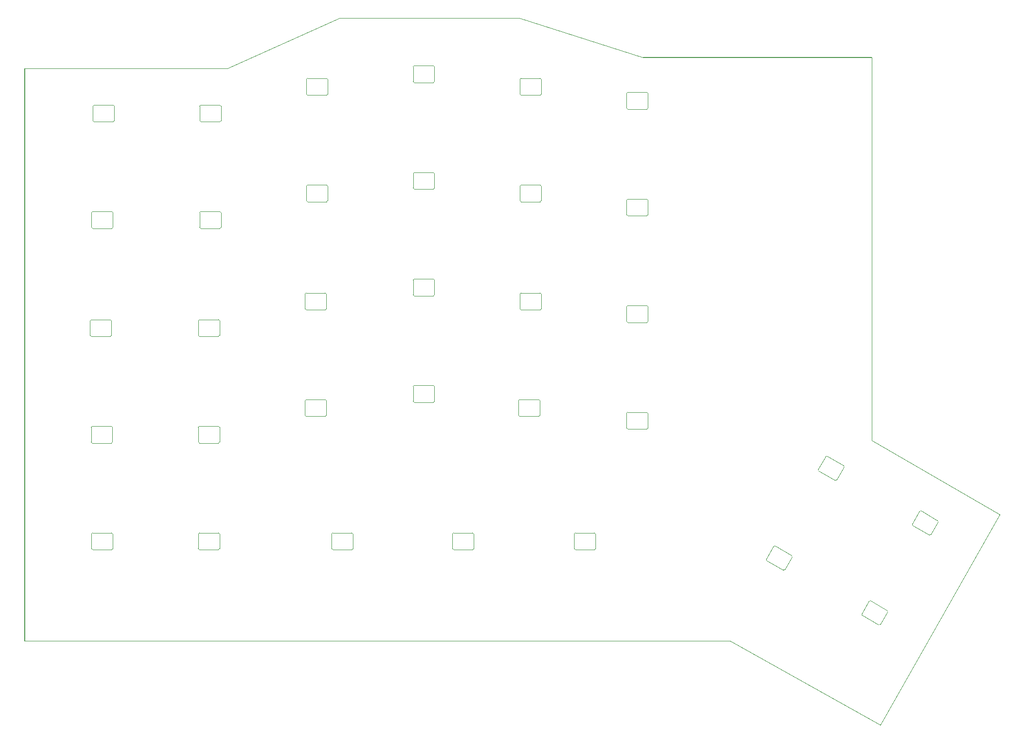
<source format=gbr>
%TF.GenerationSoftware,KiCad,Pcbnew,9.0.0*%
%TF.CreationDate,2025-07-27T21:57:38+02:00*%
%TF.ProjectId,keyboard,6b657962-6f61-4726-942e-6b696361645f,rev?*%
%TF.SameCoordinates,Original*%
%TF.FileFunction,Profile,NP*%
%FSLAX46Y46*%
G04 Gerber Fmt 4.6, Leading zero omitted, Abs format (unit mm)*
G04 Created by KiCad (PCBNEW 9.0.0) date 2025-07-27 21:57:38*
%MOMM*%
%LPD*%
G01*
G04 APERTURE LIST*
%TA.AperFunction,Profile*%
%ADD10C,0.100000*%
%TD*%
%TA.AperFunction,Profile*%
%ADD11C,0.200000*%
%TD*%
%TA.AperFunction,Profile*%
%ADD12C,0.120000*%
%TD*%
G04 APERTURE END LIST*
D10*
X351500000Y-225500000D02*
X328750000Y-212250000D01*
X234000000Y-137000000D02*
X266000000Y-137000000D01*
X178000000Y-146000000D02*
X214000000Y-146000000D01*
D11*
X178000000Y-248000000D02*
X178000000Y-146000000D01*
D10*
X351500000Y-225500000D02*
X330244516Y-263009678D01*
X328750000Y-212250000D02*
X328750000Y-144000000D01*
X214000000Y-146000000D02*
X234000000Y-137000000D01*
X303500000Y-248000000D02*
X330244516Y-263009678D01*
D11*
X288000000Y-144000000D02*
X328750000Y-144000000D01*
D10*
X266000000Y-137000000D02*
X288000000Y-144000000D01*
X178000000Y-248000000D02*
X303500000Y-248000000D01*
D12*
%TO.C,D22*%
X247100000Y-202700000D02*
X247100000Y-205300000D01*
X247300000Y-205500000D02*
X250700000Y-205500000D01*
X250700000Y-202500000D02*
X247300000Y-202500000D01*
X250900000Y-205300000D02*
X250900000Y-202700000D01*
X247300000Y-205500000D02*
G75*
G02*
X247100000Y-205300000I1J200001D01*
G01*
X247100000Y-202700000D02*
G75*
G02*
X247300000Y-202500000I200001J-1D01*
G01*
X250900000Y-205300000D02*
G75*
G02*
X250700000Y-205500000I-200000J0D01*
G01*
X250700000Y-202500000D02*
G75*
G02*
X250900000Y-202700000I0J-200000D01*
G01*
%TO.C,D23*%
X265850000Y-205200000D02*
X265850000Y-207800000D01*
X266050000Y-208000000D02*
X269450000Y-208000000D01*
X269450000Y-205000000D02*
X266050000Y-205000000D01*
X269650000Y-207800000D02*
X269650000Y-205200000D01*
X266050000Y-208000000D02*
G75*
G02*
X265850000Y-207800000I1J200001D01*
G01*
X265850000Y-205200000D02*
G75*
G02*
X266050000Y-205000000I200001J-1D01*
G01*
X269650000Y-207800000D02*
G75*
G02*
X269450000Y-208000000I-200000J0D01*
G01*
X269450000Y-205000000D02*
G75*
G02*
X269650000Y-205200000I0J-200000D01*
G01*
%TO.C,D25*%
X320504552Y-215174167D02*
X319204552Y-217425833D01*
X319277757Y-217699038D02*
X322222243Y-219399038D01*
X323722243Y-216800962D02*
X320777757Y-215100962D01*
X322495448Y-219325833D02*
X323795448Y-217074167D01*
X319277757Y-217699038D02*
G75*
G02*
X319204552Y-217425833I100001J173205D01*
G01*
X320504552Y-215174167D02*
G75*
G02*
X320777757Y-215100962I173205J-100001D01*
G01*
X322495448Y-219325833D02*
G75*
G02*
X322222243Y-219399038I-173205J100000D01*
G01*
X323722243Y-216800962D02*
G75*
G02*
X323795448Y-217074167I-100000J-173205D01*
G01*
%TO.C,D2*%
X266100000Y-147950000D02*
X266100000Y-150550000D01*
X266300000Y-150750000D02*
X269700000Y-150750000D01*
X269700000Y-147750000D02*
X266300000Y-147750000D01*
X269900000Y-150550000D02*
X269900000Y-147950000D01*
X266300000Y-150750000D02*
G75*
G02*
X266100000Y-150550000I1J200001D01*
G01*
X266100000Y-147950000D02*
G75*
G02*
X266300000Y-147750000I200001J-1D01*
G01*
X269900000Y-150550000D02*
G75*
G02*
X269700000Y-150750000I-200000J0D01*
G01*
X269700000Y-147750000D02*
G75*
G02*
X269900000Y-147950000I0J-200000D01*
G01*
%TO.C,D27*%
X328254552Y-240924167D02*
X326954552Y-243175833D01*
X327027757Y-243449038D02*
X329972243Y-245149038D01*
X331472243Y-242550962D02*
X328527757Y-240850962D01*
X330245448Y-245075833D02*
X331545448Y-242824167D01*
X327027757Y-243449038D02*
G75*
G02*
X326954552Y-243175833I100001J173205D01*
G01*
X328254552Y-240924167D02*
G75*
G02*
X328527757Y-240850962I173205J-100001D01*
G01*
X330245448Y-245075833D02*
G75*
G02*
X329972243Y-245149038I-173205J100000D01*
G01*
X331472243Y-242550962D02*
G75*
G02*
X331545448Y-242824167I-100000J-173205D01*
G01*
%TO.C,D33*%
X189850000Y-228950000D02*
X189850000Y-231550000D01*
X190050000Y-231750000D02*
X193450000Y-231750000D01*
X193450000Y-228750000D02*
X190050000Y-228750000D01*
X193650000Y-231550000D02*
X193650000Y-228950000D01*
X190050000Y-231750000D02*
G75*
G02*
X189850000Y-231550000I1J200001D01*
G01*
X189850000Y-228950000D02*
G75*
G02*
X190050000Y-228750000I200001J-1D01*
G01*
X193650000Y-231550000D02*
G75*
G02*
X193450000Y-231750000I-200000J0D01*
G01*
X193450000Y-228750000D02*
G75*
G02*
X193650000Y-228950000I0J-200000D01*
G01*
%TO.C,D28*%
X311254552Y-231174167D02*
X309954552Y-233425833D01*
X310027757Y-233699038D02*
X312972243Y-235399038D01*
X314472243Y-232800962D02*
X311527757Y-231100962D01*
X313245448Y-235325833D02*
X314545448Y-233074167D01*
X310027757Y-233699038D02*
G75*
G02*
X309954552Y-233425833I100001J173205D01*
G01*
X311254552Y-231174167D02*
G75*
G02*
X311527757Y-231100962I173205J-100001D01*
G01*
X313245448Y-235325833D02*
G75*
G02*
X312972243Y-235399038I-173205J100000D01*
G01*
X314472243Y-232800962D02*
G75*
G02*
X314545448Y-233074167I-100000J-173205D01*
G01*
%TO.C,D32*%
X208850000Y-228950000D02*
X208850000Y-231550000D01*
X209050000Y-231750000D02*
X212450000Y-231750000D01*
X212450000Y-228750000D02*
X209050000Y-228750000D01*
X212650000Y-231550000D02*
X212650000Y-228950000D01*
X209050000Y-231750000D02*
G75*
G02*
X208850000Y-231550000I1J200001D01*
G01*
X208850000Y-228950000D02*
G75*
G02*
X209050000Y-228750000I200001J-1D01*
G01*
X212650000Y-231550000D02*
G75*
G02*
X212450000Y-231750000I-200000J0D01*
G01*
X212450000Y-228750000D02*
G75*
G02*
X212650000Y-228950000I0J-200000D01*
G01*
%TO.C,D31*%
X232600000Y-228950000D02*
X232600000Y-231550000D01*
X232800000Y-231750000D02*
X236200000Y-231750000D01*
X236200000Y-228750000D02*
X232800000Y-228750000D01*
X236400000Y-231550000D02*
X236400000Y-228950000D01*
X232800000Y-231750000D02*
G75*
G02*
X232600000Y-231550000I1J200001D01*
G01*
X232600000Y-228950000D02*
G75*
G02*
X232800000Y-228750000I200001J-1D01*
G01*
X236400000Y-231550000D02*
G75*
G02*
X236200000Y-231750000I-200000J0D01*
G01*
X236200000Y-228750000D02*
G75*
G02*
X236400000Y-228950000I0J-200000D01*
G01*
%TO.C,D3*%
X247100000Y-145700000D02*
X247100000Y-148300000D01*
X247300000Y-148500000D02*
X250700000Y-148500000D01*
X250700000Y-145500000D02*
X247300000Y-145500000D01*
X250900000Y-148300000D02*
X250900000Y-145700000D01*
X247300000Y-148500000D02*
G75*
G02*
X247100000Y-148300000I1J200001D01*
G01*
X247100000Y-145700000D02*
G75*
G02*
X247300000Y-145500000I200001J-1D01*
G01*
X250900000Y-148300000D02*
G75*
G02*
X250700000Y-148500000I-200000J0D01*
G01*
X250700000Y-145500000D02*
G75*
G02*
X250900000Y-145700000I0J-200000D01*
G01*
%TO.C,D12*%
X285100000Y-169450000D02*
X285100000Y-172050000D01*
X285300000Y-172250000D02*
X288700000Y-172250000D01*
X288700000Y-169250000D02*
X285300000Y-169250000D01*
X288900000Y-172050000D02*
X288900000Y-169450000D01*
X285300000Y-172250000D02*
G75*
G02*
X285100000Y-172050000I1J200001D01*
G01*
X285100000Y-169450000D02*
G75*
G02*
X285300000Y-169250000I200001J-1D01*
G01*
X288900000Y-172050000D02*
G75*
G02*
X288700000Y-172250000I-200000J0D01*
G01*
X288700000Y-169250000D02*
G75*
G02*
X288900000Y-169450000I0J-200000D01*
G01*
%TO.C,D15*%
X247100000Y-183700000D02*
X247100000Y-186300000D01*
X247300000Y-186500000D02*
X250700000Y-186500000D01*
X250700000Y-183500000D02*
X247300000Y-183500000D01*
X250900000Y-186300000D02*
X250900000Y-183700000D01*
X247300000Y-186500000D02*
G75*
G02*
X247100000Y-186300000I1J200001D01*
G01*
X247100000Y-183700000D02*
G75*
G02*
X247300000Y-183500000I200001J-1D01*
G01*
X250900000Y-186300000D02*
G75*
G02*
X250700000Y-186500000I-200000J0D01*
G01*
X250700000Y-183500000D02*
G75*
G02*
X250900000Y-183700000I0J-200000D01*
G01*
%TO.C,D1*%
X288900000Y-150450000D02*
X288900000Y-153050000D01*
X288700000Y-153250000D02*
X285300000Y-153250000D01*
X285300000Y-150250000D02*
X288700000Y-150250000D01*
X285100000Y-153050000D02*
X285100000Y-150450000D01*
X288900000Y-153050000D02*
G75*
G02*
X288700000Y-153250000I-200001J1D01*
G01*
X288700000Y-150250000D02*
G75*
G02*
X288900000Y-150450000I-1J-200001D01*
G01*
X285300000Y-153250000D02*
G75*
G02*
X285100000Y-153050000I0J200000D01*
G01*
X285100000Y-150450000D02*
G75*
G02*
X285300000Y-150250000I200000J0D01*
G01*
%TO.C,D16*%
X227850000Y-186200000D02*
X227850000Y-188800000D01*
X228050000Y-189000000D02*
X231450000Y-189000000D01*
X231450000Y-186000000D02*
X228050000Y-186000000D01*
X231650000Y-188800000D02*
X231650000Y-186200000D01*
X228050000Y-189000000D02*
G75*
G02*
X227850000Y-188800000I1J200001D01*
G01*
X227850000Y-186200000D02*
G75*
G02*
X228050000Y-186000000I200001J-1D01*
G01*
X231650000Y-188800000D02*
G75*
G02*
X231450000Y-189000000I-200000J0D01*
G01*
X231450000Y-186000000D02*
G75*
G02*
X231650000Y-186200000I0J-200000D01*
G01*
%TO.C,D18*%
X189600000Y-190950000D02*
X189600000Y-193550000D01*
X189800000Y-193750000D02*
X193200000Y-193750000D01*
X193200000Y-190750000D02*
X189800000Y-190750000D01*
X193400000Y-193550000D02*
X193400000Y-190950000D01*
X189800000Y-193750000D02*
G75*
G02*
X189600000Y-193550000I1J200001D01*
G01*
X189600000Y-190950000D02*
G75*
G02*
X189800000Y-190750000I200001J-1D01*
G01*
X193400000Y-193550000D02*
G75*
G02*
X193200000Y-193750000I-200000J0D01*
G01*
X193200000Y-190750000D02*
G75*
G02*
X193400000Y-190950000I0J-200000D01*
G01*
%TO.C,D29*%
X275775000Y-228950000D02*
X275775000Y-231550000D01*
X275975000Y-231750000D02*
X279375000Y-231750000D01*
X279375000Y-228750000D02*
X275975000Y-228750000D01*
X279575000Y-231550000D02*
X279575000Y-228950000D01*
X275975000Y-231750000D02*
G75*
G02*
X275775000Y-231550000I1J200001D01*
G01*
X275775000Y-228950000D02*
G75*
G02*
X275975000Y-228750000I200001J-1D01*
G01*
X279575000Y-231550000D02*
G75*
G02*
X279375000Y-231750000I-200000J0D01*
G01*
X279375000Y-228750000D02*
G75*
G02*
X279575000Y-228950000I0J-200000D01*
G01*
%TO.C,D13*%
X285100000Y-188450000D02*
X285100000Y-191050000D01*
X285300000Y-191250000D02*
X288700000Y-191250000D01*
X288700000Y-188250000D02*
X285300000Y-188250000D01*
X288900000Y-191050000D02*
X288900000Y-188450000D01*
X285300000Y-191250000D02*
G75*
G02*
X285100000Y-191050000I1J200001D01*
G01*
X285100000Y-188450000D02*
G75*
G02*
X285300000Y-188250000I200001J-1D01*
G01*
X288900000Y-191050000D02*
G75*
G02*
X288700000Y-191250000I-200000J0D01*
G01*
X288700000Y-188250000D02*
G75*
G02*
X288900000Y-188450000I0J-200000D01*
G01*
%TO.C,D6*%
X190100000Y-152700000D02*
X190100000Y-155300000D01*
X190300000Y-155500000D02*
X193700000Y-155500000D01*
X193700000Y-152500000D02*
X190300000Y-152500000D01*
X193900000Y-155300000D02*
X193900000Y-152700000D01*
X190300000Y-155500000D02*
G75*
G02*
X190100000Y-155300000I1J200001D01*
G01*
X190100000Y-152700000D02*
G75*
G02*
X190300000Y-152500000I200001J-1D01*
G01*
X193900000Y-155300000D02*
G75*
G02*
X193700000Y-155500000I-200000J0D01*
G01*
X193700000Y-152500000D02*
G75*
G02*
X193900000Y-152700000I0J-200000D01*
G01*
%TO.C,D21*%
X227850000Y-205200000D02*
X227850000Y-207800000D01*
X228050000Y-208000000D02*
X231450000Y-208000000D01*
X231450000Y-205000000D02*
X228050000Y-205000000D01*
X231650000Y-207800000D02*
X231650000Y-205200000D01*
X228050000Y-208000000D02*
G75*
G02*
X227850000Y-207800000I1J200001D01*
G01*
X227850000Y-205200000D02*
G75*
G02*
X228050000Y-205000000I200001J-1D01*
G01*
X231650000Y-207800000D02*
G75*
G02*
X231450000Y-208000000I-200000J0D01*
G01*
X231450000Y-205000000D02*
G75*
G02*
X231650000Y-205200000I0J-200000D01*
G01*
%TO.C,D4*%
X228100000Y-147950000D02*
X228100000Y-150550000D01*
X228300000Y-150750000D02*
X231700000Y-150750000D01*
X231700000Y-147750000D02*
X228300000Y-147750000D01*
X231900000Y-150550000D02*
X231900000Y-147950000D01*
X228300000Y-150750000D02*
G75*
G02*
X228100000Y-150550000I1J200001D01*
G01*
X228100000Y-147950000D02*
G75*
G02*
X228300000Y-147750000I200001J-1D01*
G01*
X231900000Y-150550000D02*
G75*
G02*
X231700000Y-150750000I-200000J0D01*
G01*
X231700000Y-147750000D02*
G75*
G02*
X231900000Y-147950000I0J-200000D01*
G01*
%TO.C,D26*%
X337254552Y-224924167D02*
X335954552Y-227175833D01*
X336027757Y-227449038D02*
X338972243Y-229149038D01*
X340472243Y-226550962D02*
X337527757Y-224850962D01*
X339245448Y-229075833D02*
X340545448Y-226824167D01*
X336027757Y-227449038D02*
G75*
G02*
X335954552Y-227175833I100001J173205D01*
G01*
X337254552Y-224924167D02*
G75*
G02*
X337527757Y-224850962I173205J-100001D01*
G01*
X339245448Y-229075833D02*
G75*
G02*
X338972243Y-229149038I-173205J100000D01*
G01*
X340472243Y-226550962D02*
G75*
G02*
X340545448Y-226824167I-100000J-173205D01*
G01*
%TO.C,D20*%
X208850000Y-209950000D02*
X208850000Y-212550000D01*
X209050000Y-212750000D02*
X212450000Y-212750000D01*
X212450000Y-209750000D02*
X209050000Y-209750000D01*
X212650000Y-212550000D02*
X212650000Y-209950000D01*
X209050000Y-212750000D02*
G75*
G02*
X208850000Y-212550000I1J200001D01*
G01*
X208850000Y-209950000D02*
G75*
G02*
X209050000Y-209750000I200001J-1D01*
G01*
X212650000Y-212550000D02*
G75*
G02*
X212450000Y-212750000I-200000J0D01*
G01*
X212450000Y-209750000D02*
G75*
G02*
X212650000Y-209950000I0J-200000D01*
G01*
%TO.C,D17*%
X208850000Y-190950000D02*
X208850000Y-193550000D01*
X209050000Y-193750000D02*
X212450000Y-193750000D01*
X212450000Y-190750000D02*
X209050000Y-190750000D01*
X212650000Y-193550000D02*
X212650000Y-190950000D01*
X209050000Y-193750000D02*
G75*
G02*
X208850000Y-193550000I1J200001D01*
G01*
X208850000Y-190950000D02*
G75*
G02*
X209050000Y-190750000I200001J-1D01*
G01*
X212650000Y-193550000D02*
G75*
G02*
X212450000Y-193750000I-200000J0D01*
G01*
X212450000Y-190750000D02*
G75*
G02*
X212650000Y-190950000I0J-200000D01*
G01*
%TO.C,D5*%
X209100000Y-152700000D02*
X209100000Y-155300000D01*
X209300000Y-155500000D02*
X212700000Y-155500000D01*
X212700000Y-152500000D02*
X209300000Y-152500000D01*
X212900000Y-155300000D02*
X212900000Y-152700000D01*
X209300000Y-155500000D02*
G75*
G02*
X209100000Y-155300000I1J200001D01*
G01*
X209100000Y-152700000D02*
G75*
G02*
X209300000Y-152500000I200001J-1D01*
G01*
X212900000Y-155300000D02*
G75*
G02*
X212700000Y-155500000I-200000J0D01*
G01*
X212700000Y-152500000D02*
G75*
G02*
X212900000Y-152700000I0J-200000D01*
G01*
%TO.C,D11*%
X266100000Y-166950000D02*
X266100000Y-169550000D01*
X266300000Y-169750000D02*
X269700000Y-169750000D01*
X269700000Y-166750000D02*
X266300000Y-166750000D01*
X269900000Y-169550000D02*
X269900000Y-166950000D01*
X266300000Y-169750000D02*
G75*
G02*
X266100000Y-169550000I1J200001D01*
G01*
X266100000Y-166950000D02*
G75*
G02*
X266300000Y-166750000I200001J-1D01*
G01*
X269900000Y-169550000D02*
G75*
G02*
X269700000Y-169750000I-200000J0D01*
G01*
X269700000Y-166750000D02*
G75*
G02*
X269900000Y-166950000I0J-200000D01*
G01*
%TO.C,D30*%
X254100000Y-228950000D02*
X254100000Y-231550000D01*
X254300000Y-231750000D02*
X257700000Y-231750000D01*
X257700000Y-228750000D02*
X254300000Y-228750000D01*
X257900000Y-231550000D02*
X257900000Y-228950000D01*
X254300000Y-231750000D02*
G75*
G02*
X254100000Y-231550000I1J200001D01*
G01*
X254100000Y-228950000D02*
G75*
G02*
X254300000Y-228750000I200001J-1D01*
G01*
X257900000Y-231550000D02*
G75*
G02*
X257700000Y-231750000I-200000J0D01*
G01*
X257700000Y-228750000D02*
G75*
G02*
X257900000Y-228950000I0J-200000D01*
G01*
%TO.C,D8*%
X209100000Y-171700000D02*
X209100000Y-174300000D01*
X209300000Y-174500000D02*
X212700000Y-174500000D01*
X212700000Y-171500000D02*
X209300000Y-171500000D01*
X212900000Y-174300000D02*
X212900000Y-171700000D01*
X209300000Y-174500000D02*
G75*
G02*
X209100000Y-174300000I1J200001D01*
G01*
X209100000Y-171700000D02*
G75*
G02*
X209300000Y-171500000I200001J-1D01*
G01*
X212900000Y-174300000D02*
G75*
G02*
X212700000Y-174500000I-200000J0D01*
G01*
X212700000Y-171500000D02*
G75*
G02*
X212900000Y-171700000I0J-200000D01*
G01*
%TO.C,D7*%
X189850000Y-171700000D02*
X189850000Y-174300000D01*
X190050000Y-174500000D02*
X193450000Y-174500000D01*
X193450000Y-171500000D02*
X190050000Y-171500000D01*
X193650000Y-174300000D02*
X193650000Y-171700000D01*
X190050000Y-174500000D02*
G75*
G02*
X189850000Y-174300000I1J200001D01*
G01*
X189850000Y-171700000D02*
G75*
G02*
X190050000Y-171500000I200001J-1D01*
G01*
X193650000Y-174300000D02*
G75*
G02*
X193450000Y-174500000I-200000J0D01*
G01*
X193450000Y-171500000D02*
G75*
G02*
X193650000Y-171700000I0J-200000D01*
G01*
%TO.C,D10*%
X247100000Y-164700000D02*
X247100000Y-167300000D01*
X247300000Y-167500000D02*
X250700000Y-167500000D01*
X250700000Y-164500000D02*
X247300000Y-164500000D01*
X250900000Y-167300000D02*
X250900000Y-164700000D01*
X247300000Y-167500000D02*
G75*
G02*
X247100000Y-167300000I1J200001D01*
G01*
X247100000Y-164700000D02*
G75*
G02*
X247300000Y-164500000I200001J-1D01*
G01*
X250900000Y-167300000D02*
G75*
G02*
X250700000Y-167500000I-200000J0D01*
G01*
X250700000Y-164500000D02*
G75*
G02*
X250900000Y-164700000I0J-200000D01*
G01*
%TO.C,D14*%
X266100000Y-186200000D02*
X266100000Y-188800000D01*
X266300000Y-189000000D02*
X269700000Y-189000000D01*
X269700000Y-186000000D02*
X266300000Y-186000000D01*
X269900000Y-188800000D02*
X269900000Y-186200000D01*
X266300000Y-189000000D02*
G75*
G02*
X266100000Y-188800000I1J200001D01*
G01*
X266100000Y-186200000D02*
G75*
G02*
X266300000Y-186000000I200001J-1D01*
G01*
X269900000Y-188800000D02*
G75*
G02*
X269700000Y-189000000I-200000J0D01*
G01*
X269700000Y-186000000D02*
G75*
G02*
X269900000Y-186200000I0J-200000D01*
G01*
%TO.C,D9*%
X228100000Y-166950000D02*
X228100000Y-169550000D01*
X228300000Y-169750000D02*
X231700000Y-169750000D01*
X231700000Y-166750000D02*
X228300000Y-166750000D01*
X231900000Y-169550000D02*
X231900000Y-166950000D01*
X228300000Y-169750000D02*
G75*
G02*
X228100000Y-169550000I1J200001D01*
G01*
X228100000Y-166950000D02*
G75*
G02*
X228300000Y-166750000I200001J-1D01*
G01*
X231900000Y-169550000D02*
G75*
G02*
X231700000Y-169750000I-200000J0D01*
G01*
X231700000Y-166750000D02*
G75*
G02*
X231900000Y-166950000I0J-200000D01*
G01*
%TO.C,D24*%
X285100000Y-207450000D02*
X285100000Y-210050000D01*
X285300000Y-210250000D02*
X288700000Y-210250000D01*
X288700000Y-207250000D02*
X285300000Y-207250000D01*
X288900000Y-210050000D02*
X288900000Y-207450000D01*
X285300000Y-210250000D02*
G75*
G02*
X285100000Y-210050000I1J200001D01*
G01*
X285100000Y-207450000D02*
G75*
G02*
X285300000Y-207250000I200001J-1D01*
G01*
X288900000Y-210050000D02*
G75*
G02*
X288700000Y-210250000I-200000J0D01*
G01*
X288700000Y-207250000D02*
G75*
G02*
X288900000Y-207450000I0J-200000D01*
G01*
%TO.C,D19*%
X189775000Y-209950000D02*
X189775000Y-212550000D01*
X189975000Y-212750000D02*
X193375000Y-212750000D01*
X193375000Y-209750000D02*
X189975000Y-209750000D01*
X193575000Y-212550000D02*
X193575000Y-209950000D01*
X189975000Y-212750000D02*
G75*
G02*
X189775000Y-212550000I1J200001D01*
G01*
X189775000Y-209950000D02*
G75*
G02*
X189975000Y-209750000I200001J-1D01*
G01*
X193575000Y-212550000D02*
G75*
G02*
X193375000Y-212750000I-200000J0D01*
G01*
X193375000Y-209750000D02*
G75*
G02*
X193575000Y-209950000I0J-200000D01*
G01*
%TD*%
M02*

</source>
